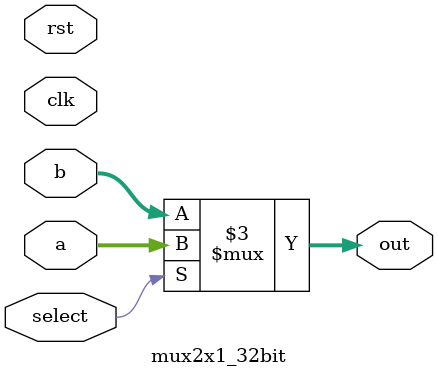
<source format=v>
`timescale 1ns / 1ps
module mux2x1_32bit(
input clk,rst,
input [31:0] a,b,
input select,
output reg [31:0] out
    );
always @(*)begin
		if(select)begin
				out = a;
		end
		else begin
				out = b;
		end
end

endmodule

</source>
